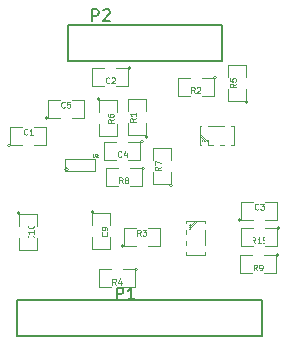
<source format=gto>
G04 (created by PCBNEW (2013-07-07 BZR 4022)-stable) date 11/19/2014 12:35:41 PM*
%MOIN*%
G04 Gerber Fmt 3.4, Leading zero omitted, Abs format*
%FSLAX34Y34*%
G01*
G70*
G90*
G04 APERTURE LIST*
%ADD10C,0.00590551*%
%ADD11C,0.0039*%
%ADD12C,0.0031*%
%ADD13C,0.004*%
%ADD14C,0.0043*%
%ADD15C,0.0025*%
%ADD16C,0.0024*%
%ADD17R,0.055X0.035*%
%ADD18R,0.035X0.055*%
%ADD19R,0.0315X0.0394*%
%ADD20R,0.0197X0.0315*%
%ADD21C,0.0700787*%
%ADD22R,0.0315X0.0197*%
G04 APERTURE END LIST*
G54D10*
G54D11*
X69960Y-46705D02*
G75*
G03X69960Y-46705I-50J0D01*
G74*
G01*
X69910Y-47155D02*
X69910Y-46755D01*
X69910Y-46755D02*
X70510Y-46755D01*
X70510Y-46755D02*
X70510Y-47155D01*
X70510Y-47555D02*
X70510Y-47955D01*
X70510Y-47955D02*
X69910Y-47955D01*
X69910Y-47955D02*
X69910Y-47555D01*
X69750Y-50480D02*
G75*
G03X69750Y-50480I-50J0D01*
G74*
G01*
X69700Y-50930D02*
X69700Y-50530D01*
X69700Y-50530D02*
X70300Y-50530D01*
X70300Y-50530D02*
X70300Y-50930D01*
X70300Y-51330D02*
X70300Y-51730D01*
X70300Y-51730D02*
X69700Y-51730D01*
X69700Y-51730D02*
X69700Y-51330D01*
X67290Y-50500D02*
G75*
G03X67290Y-50500I-50J0D01*
G74*
G01*
X67240Y-50950D02*
X67240Y-50550D01*
X67240Y-50550D02*
X67840Y-50550D01*
X67840Y-50550D02*
X67840Y-50950D01*
X67840Y-51350D02*
X67840Y-51750D01*
X67840Y-51750D02*
X67240Y-51750D01*
X67240Y-51750D02*
X67240Y-51350D01*
X70744Y-51618D02*
G75*
G03X70744Y-51618I-50J0D01*
G74*
G01*
X71144Y-51618D02*
X70744Y-51618D01*
X70744Y-51618D02*
X70744Y-51018D01*
X70744Y-51018D02*
X71144Y-51018D01*
X71544Y-51018D02*
X71944Y-51018D01*
X71944Y-51018D02*
X71944Y-51618D01*
X71944Y-51618D02*
X71544Y-51618D01*
X71218Y-52396D02*
G75*
G03X71218Y-52396I-50J0D01*
G74*
G01*
X70718Y-52396D02*
X71118Y-52396D01*
X71118Y-52396D02*
X71118Y-52996D01*
X71118Y-52996D02*
X70718Y-52996D01*
X70318Y-52996D02*
X69918Y-52996D01*
X69918Y-52996D02*
X69918Y-52396D01*
X69918Y-52396D02*
X70318Y-52396D01*
X71440Y-49020D02*
G75*
G03X71440Y-49020I-50J0D01*
G74*
G01*
X70940Y-49020D02*
X71340Y-49020D01*
X71340Y-49020D02*
X71340Y-49620D01*
X71340Y-49620D02*
X70940Y-49620D01*
X70540Y-49620D02*
X70140Y-49620D01*
X70140Y-49620D02*
X70140Y-49020D01*
X70140Y-49020D02*
X70540Y-49020D01*
X72370Y-49585D02*
G75*
G03X72370Y-49585I-50J0D01*
G74*
G01*
X72320Y-49135D02*
X72320Y-49535D01*
X72320Y-49535D02*
X71720Y-49535D01*
X71720Y-49535D02*
X71720Y-49135D01*
X71720Y-48735D02*
X71720Y-48335D01*
X71720Y-48335D02*
X72320Y-48335D01*
X72320Y-48335D02*
X72320Y-48735D01*
X71000Y-45685D02*
G75*
G03X71000Y-45685I-50J0D01*
G74*
G01*
X70500Y-45685D02*
X70900Y-45685D01*
X70900Y-45685D02*
X70900Y-46285D01*
X70900Y-46285D02*
X70500Y-46285D01*
X70100Y-46285D02*
X69700Y-46285D01*
X69700Y-46285D02*
X69700Y-45685D01*
X69700Y-45685D02*
X70100Y-45685D01*
X71545Y-47975D02*
G75*
G03X71545Y-47975I-50J0D01*
G74*
G01*
X71495Y-47525D02*
X71495Y-47925D01*
X71495Y-47925D02*
X70895Y-47925D01*
X70895Y-47925D02*
X70895Y-47525D01*
X70895Y-47125D02*
X70895Y-46725D01*
X70895Y-46725D02*
X71495Y-46725D01*
X71495Y-46725D02*
X71495Y-47125D01*
X74885Y-46825D02*
G75*
G03X74885Y-46825I-50J0D01*
G74*
G01*
X74835Y-46375D02*
X74835Y-46775D01*
X74835Y-46775D02*
X74235Y-46775D01*
X74235Y-46775D02*
X74235Y-46375D01*
X74235Y-45975D02*
X74235Y-45575D01*
X74235Y-45575D02*
X74835Y-45575D01*
X74835Y-45575D02*
X74835Y-45975D01*
X73840Y-46010D02*
G75*
G03X73840Y-46010I-50J0D01*
G74*
G01*
X73340Y-46010D02*
X73740Y-46010D01*
X73740Y-46010D02*
X73740Y-46610D01*
X73740Y-46610D02*
X73340Y-46610D01*
X72940Y-46610D02*
X72540Y-46610D01*
X72540Y-46610D02*
X72540Y-46010D01*
X72540Y-46010D02*
X72940Y-46010D01*
X71405Y-48145D02*
G75*
G03X71405Y-48145I-50J0D01*
G74*
G01*
X70905Y-48145D02*
X71305Y-48145D01*
X71305Y-48145D02*
X71305Y-48745D01*
X71305Y-48745D02*
X70905Y-48745D01*
X70505Y-48745D02*
X70105Y-48745D01*
X70105Y-48745D02*
X70105Y-48145D01*
X70105Y-48145D02*
X70505Y-48145D01*
X74670Y-50745D02*
G75*
G03X74670Y-50745I-50J0D01*
G74*
G01*
X75070Y-50745D02*
X74670Y-50745D01*
X74670Y-50745D02*
X74670Y-50145D01*
X74670Y-50145D02*
X75070Y-50145D01*
X75470Y-50145D02*
X75870Y-50145D01*
X75870Y-50145D02*
X75870Y-50745D01*
X75870Y-50745D02*
X75470Y-50745D01*
X75960Y-51015D02*
G75*
G03X75960Y-51015I-50J0D01*
G74*
G01*
X75460Y-51015D02*
X75860Y-51015D01*
X75860Y-51015D02*
X75860Y-51615D01*
X75860Y-51615D02*
X75460Y-51615D01*
X75060Y-51615D02*
X74660Y-51615D01*
X74660Y-51615D02*
X74660Y-51015D01*
X74660Y-51015D02*
X75060Y-51015D01*
G54D12*
X68899Y-49058D02*
G75*
G03X68899Y-49058I-62J0D01*
G74*
G01*
X69800Y-48720D02*
X69800Y-49120D01*
X68775Y-48720D02*
X68775Y-49120D01*
X69800Y-49120D02*
X68775Y-49120D01*
X68775Y-48720D02*
X69800Y-48720D01*
G54D13*
X74199Y-48246D02*
X74404Y-48246D01*
X74404Y-48246D02*
X74414Y-48245D01*
X74414Y-48245D02*
X74412Y-48148D01*
X73355Y-48251D02*
X73285Y-48251D01*
X73285Y-48251D02*
X73282Y-48145D01*
X73282Y-48145D02*
X73279Y-48145D01*
X74415Y-47629D02*
X74413Y-47633D01*
X73544Y-48138D02*
X73284Y-47878D01*
X73484Y-48138D02*
X73284Y-47943D01*
X73284Y-47628D02*
X74415Y-47629D01*
X74413Y-47636D02*
X74413Y-48146D01*
X74219Y-48248D02*
X73349Y-48248D01*
X73284Y-48138D02*
X73284Y-47628D01*
G54D11*
X66970Y-48250D02*
G75*
G03X66970Y-48250I-50J0D01*
G74*
G01*
X67370Y-48250D02*
X66970Y-48250D01*
X66970Y-48250D02*
X66970Y-47650D01*
X66970Y-47650D02*
X67370Y-47650D01*
X67770Y-47650D02*
X68170Y-47650D01*
X68170Y-47650D02*
X68170Y-48250D01*
X68170Y-48250D02*
X67770Y-48250D01*
X75920Y-51925D02*
G75*
G03X75920Y-51925I-50J0D01*
G74*
G01*
X75420Y-51925D02*
X75820Y-51925D01*
X75820Y-51925D02*
X75820Y-52525D01*
X75820Y-52525D02*
X75420Y-52525D01*
X75020Y-52525D02*
X74620Y-52525D01*
X74620Y-52525D02*
X74620Y-51925D01*
X74620Y-51925D02*
X75020Y-51925D01*
G54D10*
X75365Y-53429D02*
X75365Y-54610D01*
X67196Y-53429D02*
X75365Y-53429D01*
X75365Y-54610D02*
X67196Y-54610D01*
X67196Y-53429D02*
X67196Y-54610D01*
G54D11*
X68210Y-47350D02*
G75*
G03X68210Y-47350I-50J0D01*
G74*
G01*
X68610Y-47350D02*
X68210Y-47350D01*
X68210Y-47350D02*
X68210Y-46750D01*
X68210Y-46750D02*
X68610Y-46750D01*
X69010Y-46750D02*
X69410Y-46750D01*
X69410Y-46750D02*
X69410Y-47350D01*
X69410Y-47350D02*
X69010Y-47350D01*
G54D10*
X68894Y-44254D02*
X74012Y-44254D01*
X74012Y-44254D02*
X74012Y-45435D01*
X74012Y-45435D02*
X68894Y-45435D01*
X68894Y-44254D02*
X68894Y-45435D01*
G54D13*
X72825Y-51703D02*
X72825Y-51908D01*
X72825Y-51908D02*
X72826Y-51918D01*
X72826Y-51918D02*
X72923Y-51916D01*
X72820Y-50859D02*
X72820Y-50789D01*
X72820Y-50789D02*
X72926Y-50786D01*
X72926Y-50786D02*
X72926Y-50783D01*
X73442Y-51919D02*
X73438Y-51917D01*
X72933Y-51048D02*
X73193Y-50788D01*
X72933Y-50988D02*
X73128Y-50788D01*
X73443Y-50788D02*
X73442Y-51919D01*
X73435Y-51917D02*
X72925Y-51917D01*
X72823Y-51723D02*
X72823Y-50853D01*
X72933Y-50788D02*
X73443Y-50788D01*
G54D14*
X70414Y-47387D02*
X70320Y-47453D01*
X70414Y-47500D02*
X70217Y-47500D01*
X70217Y-47425D01*
X70227Y-47406D01*
X70236Y-47397D01*
X70255Y-47387D01*
X70283Y-47387D01*
X70302Y-47397D01*
X70311Y-47406D01*
X70320Y-47425D01*
X70320Y-47500D01*
X70217Y-47218D02*
X70217Y-47256D01*
X70227Y-47275D01*
X70236Y-47284D01*
X70264Y-47303D01*
X70302Y-47312D01*
X70377Y-47312D01*
X70395Y-47303D01*
X70405Y-47294D01*
X70414Y-47275D01*
X70414Y-47237D01*
X70405Y-47218D01*
X70395Y-47209D01*
X70377Y-47200D01*
X70330Y-47200D01*
X70311Y-47209D01*
X70302Y-47218D01*
X70292Y-47237D01*
X70292Y-47275D01*
X70302Y-47294D01*
X70311Y-47303D01*
X70330Y-47312D01*
X70185Y-51162D02*
X70195Y-51172D01*
X70204Y-51200D01*
X70204Y-51219D01*
X70195Y-51247D01*
X70176Y-51266D01*
X70157Y-51275D01*
X70120Y-51284D01*
X70092Y-51284D01*
X70054Y-51275D01*
X70035Y-51266D01*
X70017Y-51247D01*
X70007Y-51219D01*
X70007Y-51200D01*
X70017Y-51172D01*
X70026Y-51162D01*
X70204Y-51069D02*
X70204Y-51031D01*
X70195Y-51012D01*
X70185Y-51003D01*
X70157Y-50984D01*
X70120Y-50975D01*
X70045Y-50975D01*
X70026Y-50984D01*
X70017Y-50993D01*
X70007Y-51012D01*
X70007Y-51050D01*
X70017Y-51069D01*
X70026Y-51078D01*
X70045Y-51087D01*
X70092Y-51087D01*
X70110Y-51078D01*
X70120Y-51069D01*
X70129Y-51050D01*
X70129Y-51012D01*
X70120Y-50993D01*
X70110Y-50984D01*
X70092Y-50975D01*
X67725Y-51276D02*
X67735Y-51286D01*
X67744Y-51314D01*
X67744Y-51332D01*
X67735Y-51361D01*
X67716Y-51379D01*
X67697Y-51389D01*
X67660Y-51398D01*
X67632Y-51398D01*
X67594Y-51389D01*
X67575Y-51379D01*
X67557Y-51361D01*
X67547Y-51332D01*
X67547Y-51314D01*
X67557Y-51286D01*
X67566Y-51276D01*
X67744Y-51089D02*
X67744Y-51201D01*
X67744Y-51145D02*
X67547Y-51145D01*
X67575Y-51164D01*
X67594Y-51182D01*
X67604Y-51201D01*
X67547Y-50967D02*
X67547Y-50948D01*
X67557Y-50929D01*
X67566Y-50920D01*
X67585Y-50910D01*
X67622Y-50901D01*
X67669Y-50901D01*
X67707Y-50910D01*
X67725Y-50920D01*
X67735Y-50929D01*
X67744Y-50948D01*
X67744Y-50967D01*
X67735Y-50985D01*
X67725Y-50995D01*
X67707Y-51004D01*
X67669Y-51013D01*
X67622Y-51013D01*
X67585Y-51004D01*
X67566Y-50995D01*
X67557Y-50985D01*
X67547Y-50967D01*
X71311Y-51272D02*
X71245Y-51178D01*
X71198Y-51272D02*
X71198Y-51075D01*
X71273Y-51075D01*
X71292Y-51085D01*
X71301Y-51094D01*
X71311Y-51113D01*
X71311Y-51141D01*
X71301Y-51160D01*
X71292Y-51169D01*
X71273Y-51178D01*
X71198Y-51178D01*
X71376Y-51075D02*
X71498Y-51075D01*
X71433Y-51150D01*
X71461Y-51150D01*
X71480Y-51160D01*
X71489Y-51169D01*
X71498Y-51188D01*
X71498Y-51235D01*
X71489Y-51253D01*
X71480Y-51263D01*
X71461Y-51272D01*
X71404Y-51272D01*
X71386Y-51263D01*
X71376Y-51253D01*
X70485Y-52900D02*
X70419Y-52806D01*
X70372Y-52900D02*
X70372Y-52703D01*
X70447Y-52703D01*
X70466Y-52713D01*
X70475Y-52722D01*
X70485Y-52741D01*
X70485Y-52769D01*
X70475Y-52788D01*
X70466Y-52797D01*
X70447Y-52806D01*
X70372Y-52806D01*
X70654Y-52769D02*
X70654Y-52900D01*
X70607Y-52694D02*
X70560Y-52835D01*
X70682Y-52835D01*
X70707Y-49524D02*
X70641Y-49430D01*
X70594Y-49524D02*
X70594Y-49327D01*
X70669Y-49327D01*
X70688Y-49337D01*
X70697Y-49346D01*
X70707Y-49365D01*
X70707Y-49393D01*
X70697Y-49412D01*
X70688Y-49421D01*
X70669Y-49430D01*
X70594Y-49430D01*
X70819Y-49412D02*
X70800Y-49402D01*
X70791Y-49393D01*
X70782Y-49374D01*
X70782Y-49365D01*
X70791Y-49346D01*
X70800Y-49337D01*
X70819Y-49327D01*
X70857Y-49327D01*
X70876Y-49337D01*
X70885Y-49346D01*
X70894Y-49365D01*
X70894Y-49374D01*
X70885Y-49393D01*
X70876Y-49402D01*
X70857Y-49412D01*
X70819Y-49412D01*
X70800Y-49421D01*
X70791Y-49430D01*
X70782Y-49449D01*
X70782Y-49487D01*
X70791Y-49505D01*
X70800Y-49515D01*
X70819Y-49524D01*
X70857Y-49524D01*
X70876Y-49515D01*
X70885Y-49505D01*
X70894Y-49487D01*
X70894Y-49449D01*
X70885Y-49430D01*
X70876Y-49421D01*
X70857Y-49412D01*
X71974Y-48967D02*
X71880Y-49033D01*
X71974Y-49080D02*
X71777Y-49080D01*
X71777Y-49005D01*
X71787Y-48986D01*
X71796Y-48977D01*
X71815Y-48967D01*
X71843Y-48967D01*
X71862Y-48977D01*
X71871Y-48986D01*
X71880Y-49005D01*
X71880Y-49080D01*
X71777Y-48902D02*
X71777Y-48770D01*
X71974Y-48855D01*
X70267Y-46170D02*
X70257Y-46180D01*
X70229Y-46189D01*
X70210Y-46189D01*
X70182Y-46180D01*
X70163Y-46161D01*
X70154Y-46142D01*
X70145Y-46105D01*
X70145Y-46077D01*
X70154Y-46039D01*
X70163Y-46020D01*
X70182Y-46002D01*
X70210Y-45992D01*
X70229Y-45992D01*
X70257Y-46002D01*
X70267Y-46011D01*
X70342Y-46011D02*
X70351Y-46002D01*
X70370Y-45992D01*
X70417Y-45992D01*
X70436Y-46002D01*
X70445Y-46011D01*
X70454Y-46030D01*
X70454Y-46049D01*
X70445Y-46077D01*
X70332Y-46189D01*
X70454Y-46189D01*
X71149Y-47357D02*
X71055Y-47423D01*
X71149Y-47470D02*
X70952Y-47470D01*
X70952Y-47395D01*
X70962Y-47376D01*
X70971Y-47367D01*
X70990Y-47357D01*
X71018Y-47357D01*
X71037Y-47367D01*
X71046Y-47376D01*
X71055Y-47395D01*
X71055Y-47470D01*
X71149Y-47170D02*
X71149Y-47282D01*
X71149Y-47226D02*
X70952Y-47226D01*
X70980Y-47245D01*
X70999Y-47264D01*
X71009Y-47282D01*
X74489Y-46207D02*
X74395Y-46273D01*
X74489Y-46320D02*
X74292Y-46320D01*
X74292Y-46245D01*
X74302Y-46226D01*
X74311Y-46217D01*
X74330Y-46207D01*
X74358Y-46207D01*
X74377Y-46217D01*
X74386Y-46226D01*
X74395Y-46245D01*
X74395Y-46320D01*
X74292Y-46029D02*
X74292Y-46123D01*
X74386Y-46132D01*
X74377Y-46123D01*
X74367Y-46104D01*
X74367Y-46057D01*
X74377Y-46038D01*
X74386Y-46029D01*
X74405Y-46020D01*
X74452Y-46020D01*
X74470Y-46029D01*
X74480Y-46038D01*
X74489Y-46057D01*
X74489Y-46104D01*
X74480Y-46123D01*
X74470Y-46132D01*
X73107Y-46514D02*
X73041Y-46420D01*
X72994Y-46514D02*
X72994Y-46317D01*
X73069Y-46317D01*
X73088Y-46327D01*
X73097Y-46336D01*
X73107Y-46355D01*
X73107Y-46383D01*
X73097Y-46402D01*
X73088Y-46411D01*
X73069Y-46420D01*
X72994Y-46420D01*
X73182Y-46336D02*
X73191Y-46327D01*
X73210Y-46317D01*
X73257Y-46317D01*
X73276Y-46327D01*
X73285Y-46336D01*
X73294Y-46355D01*
X73294Y-46374D01*
X73285Y-46402D01*
X73172Y-46514D01*
X73294Y-46514D01*
X70672Y-48630D02*
X70662Y-48640D01*
X70634Y-48649D01*
X70615Y-48649D01*
X70587Y-48640D01*
X70568Y-48621D01*
X70559Y-48602D01*
X70550Y-48565D01*
X70550Y-48537D01*
X70559Y-48499D01*
X70568Y-48480D01*
X70587Y-48462D01*
X70615Y-48452D01*
X70634Y-48452D01*
X70662Y-48462D01*
X70672Y-48471D01*
X70841Y-48518D02*
X70841Y-48649D01*
X70794Y-48443D02*
X70747Y-48584D01*
X70869Y-48584D01*
X75237Y-50380D02*
X75227Y-50390D01*
X75199Y-50399D01*
X75180Y-50399D01*
X75152Y-50390D01*
X75133Y-50371D01*
X75124Y-50352D01*
X75115Y-50315D01*
X75115Y-50287D01*
X75124Y-50249D01*
X75133Y-50230D01*
X75152Y-50212D01*
X75180Y-50202D01*
X75199Y-50202D01*
X75227Y-50212D01*
X75237Y-50221D01*
X75302Y-50202D02*
X75424Y-50202D01*
X75359Y-50277D01*
X75387Y-50277D01*
X75406Y-50287D01*
X75415Y-50296D01*
X75424Y-50315D01*
X75424Y-50362D01*
X75415Y-50380D01*
X75406Y-50390D01*
X75387Y-50399D01*
X75330Y-50399D01*
X75312Y-50390D01*
X75302Y-50380D01*
X75133Y-51519D02*
X75067Y-51425D01*
X75020Y-51519D02*
X75020Y-51322D01*
X75095Y-51322D01*
X75114Y-51332D01*
X75123Y-51341D01*
X75133Y-51360D01*
X75133Y-51388D01*
X75123Y-51407D01*
X75114Y-51416D01*
X75095Y-51425D01*
X75020Y-51425D01*
X75320Y-51519D02*
X75208Y-51519D01*
X75264Y-51519D02*
X75264Y-51322D01*
X75245Y-51350D01*
X75227Y-51369D01*
X75208Y-51379D01*
X75499Y-51322D02*
X75405Y-51322D01*
X75396Y-51416D01*
X75405Y-51407D01*
X75424Y-51397D01*
X75471Y-51397D01*
X75489Y-51407D01*
X75499Y-51416D01*
X75508Y-51435D01*
X75508Y-51482D01*
X75499Y-51500D01*
X75489Y-51510D01*
X75471Y-51519D01*
X75424Y-51519D01*
X75405Y-51510D01*
X75396Y-51500D01*
G54D15*
X69719Y-48548D02*
X69719Y-48629D01*
X69724Y-48638D01*
X69729Y-48643D01*
X69738Y-48648D01*
X69757Y-48648D01*
X69767Y-48643D01*
X69772Y-48638D01*
X69776Y-48629D01*
X69776Y-48548D01*
X69819Y-48558D02*
X69824Y-48553D01*
X69834Y-48548D01*
X69857Y-48548D01*
X69867Y-48553D01*
X69872Y-48558D01*
X69876Y-48567D01*
X69876Y-48577D01*
X69872Y-48591D01*
X69815Y-48648D01*
X69876Y-48648D01*
G54D16*
X73370Y-48095D02*
X73370Y-48191D01*
X73375Y-48202D01*
X73381Y-48208D01*
X73392Y-48213D01*
X73415Y-48213D01*
X73426Y-48208D01*
X73431Y-48202D01*
X73437Y-48191D01*
X73437Y-48095D01*
X73482Y-48095D02*
X73555Y-48095D01*
X73516Y-48140D01*
X73533Y-48140D01*
X73544Y-48146D01*
X73549Y-48151D01*
X73555Y-48163D01*
X73555Y-48191D01*
X73549Y-48202D01*
X73544Y-48208D01*
X73533Y-48213D01*
X73499Y-48213D01*
X73488Y-48208D01*
X73482Y-48202D01*
G54D14*
X67537Y-47885D02*
X67527Y-47895D01*
X67499Y-47904D01*
X67480Y-47904D01*
X67452Y-47895D01*
X67433Y-47876D01*
X67424Y-47857D01*
X67415Y-47820D01*
X67415Y-47792D01*
X67424Y-47754D01*
X67433Y-47735D01*
X67452Y-47717D01*
X67480Y-47707D01*
X67499Y-47707D01*
X67527Y-47717D01*
X67537Y-47726D01*
X67724Y-47904D02*
X67612Y-47904D01*
X67668Y-47904D02*
X67668Y-47707D01*
X67649Y-47735D01*
X67630Y-47754D01*
X67612Y-47764D01*
X75187Y-52429D02*
X75121Y-52335D01*
X75074Y-52429D02*
X75074Y-52232D01*
X75149Y-52232D01*
X75168Y-52242D01*
X75177Y-52251D01*
X75187Y-52270D01*
X75187Y-52298D01*
X75177Y-52317D01*
X75168Y-52326D01*
X75149Y-52335D01*
X75074Y-52335D01*
X75280Y-52429D02*
X75318Y-52429D01*
X75337Y-52420D01*
X75346Y-52410D01*
X75365Y-52382D01*
X75374Y-52345D01*
X75374Y-52270D01*
X75365Y-52251D01*
X75356Y-52242D01*
X75337Y-52232D01*
X75299Y-52232D01*
X75280Y-52242D01*
X75271Y-52251D01*
X75262Y-52270D01*
X75262Y-52317D01*
X75271Y-52335D01*
X75280Y-52345D01*
X75299Y-52354D01*
X75337Y-52354D01*
X75356Y-52345D01*
X75365Y-52335D01*
X75374Y-52317D01*
G54D10*
X70508Y-53391D02*
X70508Y-52998D01*
X70658Y-52998D01*
X70695Y-53017D01*
X70714Y-53035D01*
X70733Y-53073D01*
X70733Y-53129D01*
X70714Y-53166D01*
X70695Y-53185D01*
X70658Y-53204D01*
X70508Y-53204D01*
X71108Y-53391D02*
X70883Y-53391D01*
X70995Y-53391D02*
X70995Y-52998D01*
X70958Y-53054D01*
X70920Y-53091D01*
X70883Y-53110D01*
G54D14*
X68777Y-46985D02*
X68767Y-46995D01*
X68739Y-47004D01*
X68720Y-47004D01*
X68692Y-46995D01*
X68673Y-46976D01*
X68664Y-46957D01*
X68655Y-46920D01*
X68655Y-46892D01*
X68664Y-46854D01*
X68673Y-46835D01*
X68692Y-46817D01*
X68720Y-46807D01*
X68739Y-46807D01*
X68767Y-46817D01*
X68777Y-46826D01*
X68955Y-46807D02*
X68861Y-46807D01*
X68852Y-46901D01*
X68861Y-46892D01*
X68880Y-46882D01*
X68927Y-46882D01*
X68946Y-46892D01*
X68955Y-46901D01*
X68964Y-46920D01*
X68964Y-46967D01*
X68955Y-46985D01*
X68946Y-46995D01*
X68927Y-47004D01*
X68880Y-47004D01*
X68861Y-46995D01*
X68852Y-46985D01*
G54D10*
X69686Y-44118D02*
X69686Y-43724D01*
X69836Y-43724D01*
X69874Y-43743D01*
X69892Y-43762D01*
X69911Y-43799D01*
X69911Y-43856D01*
X69892Y-43893D01*
X69874Y-43912D01*
X69836Y-43931D01*
X69686Y-43931D01*
X70061Y-43762D02*
X70080Y-43743D01*
X70117Y-43724D01*
X70211Y-43724D01*
X70248Y-43743D01*
X70267Y-43762D01*
X70286Y-43799D01*
X70286Y-43837D01*
X70267Y-43893D01*
X70042Y-44118D01*
X70286Y-44118D01*
G54D16*
X72834Y-51053D02*
X72930Y-51053D01*
X72941Y-51048D01*
X72947Y-51042D01*
X72952Y-51031D01*
X72952Y-51008D01*
X72947Y-50997D01*
X72941Y-50992D01*
X72930Y-50986D01*
X72834Y-50986D01*
X72952Y-50868D02*
X72952Y-50935D01*
X72952Y-50902D02*
X72834Y-50902D01*
X72851Y-50913D01*
X72862Y-50924D01*
X72868Y-50935D01*
%LPC*%
G54D17*
X70210Y-46980D03*
X70210Y-47730D03*
X70000Y-50755D03*
X70000Y-51505D03*
X67540Y-50775D03*
X67540Y-51525D03*
G54D18*
X70969Y-51318D03*
X71719Y-51318D03*
X70893Y-52696D03*
X70143Y-52696D03*
X71115Y-49320D03*
X70365Y-49320D03*
G54D17*
X72020Y-49310D03*
X72020Y-48560D03*
G54D18*
X70675Y-45985D03*
X69925Y-45985D03*
G54D17*
X71195Y-47700D03*
X71195Y-46950D03*
X74535Y-46550D03*
X74535Y-45800D03*
G54D18*
X73515Y-46310D03*
X72765Y-46310D03*
X71080Y-48445D03*
X70330Y-48445D03*
X74895Y-50445D03*
X75645Y-50445D03*
X75635Y-51315D03*
X74885Y-51315D03*
G54D19*
X69300Y-48487D03*
X69675Y-49353D03*
X68925Y-49353D03*
G54D20*
X73463Y-48277D03*
X74220Y-48275D03*
X73840Y-48275D03*
X74220Y-47515D03*
X73460Y-47515D03*
G54D18*
X67195Y-47950D03*
X67945Y-47950D03*
X75595Y-52225D03*
X74845Y-52225D03*
G54D21*
X67787Y-54035D03*
X68781Y-54025D03*
X69785Y-54025D03*
X70788Y-54025D03*
X71810Y-54032D03*
X72818Y-54025D03*
X73826Y-54005D03*
X74834Y-54010D03*
G54D18*
X68435Y-47050D03*
X69185Y-47050D03*
G54D21*
X69485Y-44860D03*
X70478Y-44850D03*
X71482Y-44850D03*
X72486Y-44850D03*
X73490Y-44850D03*
G54D22*
X72794Y-50967D03*
X72796Y-51724D03*
X72796Y-51344D03*
X73556Y-51724D03*
X73556Y-50964D03*
M02*

</source>
